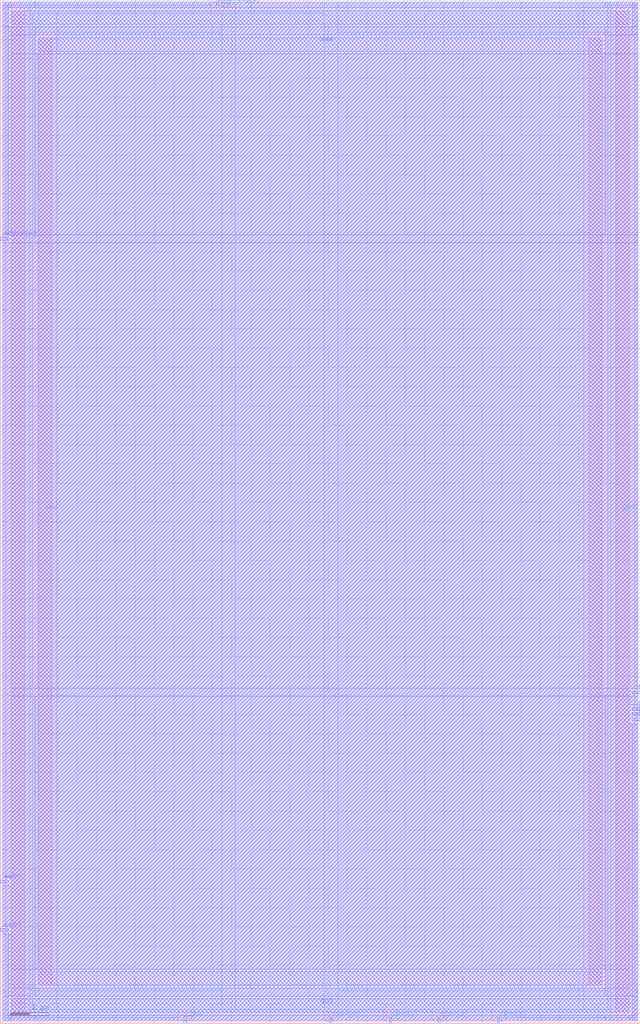
<source format=lef>
VERSION 5.4 ;
NAMESCASESENSITIVE ON ;
BUSBITCHARS "[]" ;
DIVIDERCHAR "/" ;
UNITS
  DATABASE MICRONS 2000 ;
END UNITS
MACRO SRAM_4x16_1rw
   CLASS BLOCK ;
   SIZE 33.18 BY 53.06 ;
   SYMMETRY X Y R90 ;
   PIN din0[0]
      DIRECTION INPUT ;
      PORT
         LAYER metal4 ;
         RECT  17.08 0.0 17.22 0.42 ;
      END
   END din0[0]
   PIN din0[1]
      DIRECTION INPUT ;
      PORT
         LAYER metal4 ;
         RECT  20.16 0.0 20.3 0.42 ;
      END
   END din0[1]
   PIN din0[2]
      DIRECTION INPUT ;
      PORT
         LAYER metal4 ;
         RECT  22.68 0.0 22.82 0.42 ;
      END
   END din0[2]
   PIN din0[3]
      DIRECTION INPUT ;
      PORT
         LAYER metal4 ;
         RECT  25.76 0.0 25.9 0.42 ;
      END
   END din0[3]
   PIN addr0[0]
      DIRECTION INPUT ;
      PORT
         LAYER metal3 ;
         RECT  0.0 40.6 0.42 40.74 ;
      END
   END addr0[0]
   PIN addr0[1]
      DIRECTION INPUT ;
      PORT
         LAYER metal4 ;
         RECT  11.76 52.64 11.9 53.06 ;
      END
   END addr0[1]
   PIN addr0[2]
      DIRECTION INPUT ;
      PORT
         LAYER metal4 ;
         RECT  11.2 52.64 11.34 53.06 ;
      END
   END addr0[2]
   PIN addr0[3]
      DIRECTION INPUT ;
      PORT
         LAYER metal4 ;
         RECT  11.48 52.64 11.62 53.06 ;
      END
   END addr0[3]
   PIN csb0
      DIRECTION INPUT ;
      PORT
         LAYER metal3 ;
         RECT  0.0 4.76 0.42 4.9 ;
      END
   END csb0
   PIN web0
      DIRECTION INPUT ;
      PORT
         LAYER metal3 ;
         RECT  0.0 7.28 0.42 7.42 ;
      END
   END web0
   PIN clk0
      DIRECTION INPUT ;
      PORT
         LAYER metal4 ;
         RECT  9.52 0.0 9.66 0.42 ;
      END
   END clk0
   PIN dout0[0]
      DIRECTION OUTPUT ;
      PORT
         LAYER metal3 ;
         RECT  32.76 17.08 33.18 17.22 ;
      END
   END dout0[0]
   PIN dout0[1]
      DIRECTION OUTPUT ;
      PORT
         LAYER metal3 ;
         RECT  32.76 15.68 33.18 15.82 ;
      END
   END dout0[1]
   PIN dout0[2]
      DIRECTION OUTPUT ;
      PORT
         LAYER metal3 ;
         RECT  32.76 15.96 33.18 16.1 ;
      END
   END dout0[2]
   PIN dout0[3]
      DIRECTION OUTPUT ;
      PORT
         LAYER metal3 ;
         RECT  32.76 16.24 33.18 16.38 ;
      END
   END dout0[3]
   PIN vdd
      DIRECTION INOUT ;
      USE POWER ; 
      SHAPE ABUTMENT ; 
      PORT
         LAYER metal3 ;
         RECT  1.96 1.96 31.22 2.66 ;
         LAYER metal4 ;
         RECT  30.52 1.96 31.22 51.1 ;
         LAYER metal3 ;
         RECT  1.96 50.4 31.22 51.1 ;
         LAYER metal4 ;
         RECT  1.96 1.96 2.66 51.1 ;
      END
   END vdd
   PIN gnd
      DIRECTION INOUT ;
      USE GROUND ; 
      SHAPE ABUTMENT ; 
      PORT
         LAYER metal3 ;
         RECT  0.56 51.8 32.62 52.5 ;
         LAYER metal4 ;
         RECT  0.56 0.56 1.26 52.5 ;
         LAYER metal4 ;
         RECT  31.92 0.56 32.62 52.5 ;
         LAYER metal3 ;
         RECT  0.56 0.56 32.62 1.26 ;
      END
   END gnd
   OBS
   LAYER  metal1 ;
      RECT  0.14 0.14 33.04 52.92 ;
   LAYER  metal2 ;
      RECT  0.14 0.14 33.04 52.92 ;
   LAYER  metal3 ;
      RECT  0.56 40.46 33.04 40.88 ;
      RECT  0.14 5.04 0.56 7.14 ;
      RECT  0.14 7.56 0.56 40.46 ;
      RECT  0.56 16.94 32.62 17.36 ;
      RECT  0.56 17.36 32.62 40.46 ;
      RECT  32.62 17.36 33.04 40.46 ;
      RECT  32.62 16.52 33.04 16.94 ;
      RECT  0.56 1.82 1.82 2.8 ;
      RECT  0.56 2.8 1.82 16.94 ;
      RECT  1.82 2.8 31.36 16.94 ;
      RECT  31.36 1.82 32.62 2.8 ;
      RECT  31.36 2.8 32.62 16.94 ;
      RECT  0.56 40.88 1.82 50.26 ;
      RECT  0.56 50.26 1.82 51.24 ;
      RECT  1.82 40.88 31.36 50.26 ;
      RECT  31.36 40.88 33.04 50.26 ;
      RECT  31.36 50.26 33.04 51.24 ;
      RECT  0.14 40.88 0.42 51.66 ;
      RECT  0.14 51.66 0.42 52.64 ;
      RECT  0.14 52.64 0.42 52.92 ;
      RECT  0.42 40.88 0.56 51.66 ;
      RECT  0.42 52.64 0.56 52.92 ;
      RECT  0.56 51.24 1.82 51.66 ;
      RECT  0.56 52.64 1.82 52.92 ;
      RECT  1.82 51.24 31.36 51.66 ;
      RECT  1.82 52.64 31.36 52.92 ;
      RECT  31.36 51.24 32.76 51.66 ;
      RECT  31.36 52.64 32.76 52.92 ;
      RECT  32.76 51.24 33.04 51.66 ;
      RECT  32.76 51.66 33.04 52.64 ;
      RECT  32.76 52.64 33.04 52.92 ;
      RECT  0.14 0.14 0.42 0.42 ;
      RECT  0.14 0.42 0.42 1.4 ;
      RECT  0.14 1.4 0.42 4.62 ;
      RECT  0.42 0.14 0.56 0.42 ;
      RECT  0.42 1.4 0.56 4.62 ;
      RECT  32.62 0.14 32.76 0.42 ;
      RECT  32.62 1.4 32.76 15.54 ;
      RECT  32.76 0.14 33.04 0.42 ;
      RECT  32.76 0.42 33.04 1.4 ;
      RECT  32.76 1.4 33.04 15.54 ;
      RECT  0.56 0.14 1.82 0.42 ;
      RECT  0.56 1.4 1.82 1.82 ;
      RECT  1.82 0.14 31.36 0.42 ;
      RECT  1.82 1.4 31.36 1.82 ;
      RECT  31.36 0.14 32.62 0.42 ;
      RECT  31.36 1.4 32.62 1.82 ;
   LAYER  metal4 ;
      RECT  16.8 0.7 17.5 52.92 ;
      RECT  17.5 0.14 19.88 0.7 ;
      RECT  20.58 0.14 22.4 0.7 ;
      RECT  23.1 0.14 25.48 0.7 ;
      RECT  11.48 0.7 12.18 52.36 ;
      RECT  12.18 0.7 16.8 52.36 ;
      RECT  12.18 52.36 16.8 52.92 ;
      RECT  9.94 0.14 16.8 0.7 ;
      RECT  17.5 0.7 30.24 1.68 ;
      RECT  17.5 1.68 30.24 51.38 ;
      RECT  17.5 51.38 30.24 52.92 ;
      RECT  30.24 0.7 31.5 1.68 ;
      RECT  30.24 51.38 31.5 52.92 ;
      RECT  1.68 0.7 2.94 1.68 ;
      RECT  1.68 51.38 2.94 52.36 ;
      RECT  2.94 0.7 11.48 1.68 ;
      RECT  2.94 1.68 11.48 51.38 ;
      RECT  2.94 51.38 11.48 52.36 ;
      RECT  0.14 52.36 0.28 52.78 ;
      RECT  0.14 52.78 0.28 52.92 ;
      RECT  0.28 52.78 1.54 52.92 ;
      RECT  1.54 52.36 10.92 52.78 ;
      RECT  1.54 52.78 10.92 52.92 ;
      RECT  0.14 0.14 0.28 0.28 ;
      RECT  0.14 0.28 0.28 0.7 ;
      RECT  0.28 0.14 1.54 0.28 ;
      RECT  1.54 0.14 9.24 0.28 ;
      RECT  1.54 0.28 9.24 0.7 ;
      RECT  0.14 0.7 0.28 1.68 ;
      RECT  1.54 0.7 1.68 1.68 ;
      RECT  0.14 1.68 0.28 51.38 ;
      RECT  1.54 1.68 1.68 51.38 ;
      RECT  0.14 51.38 0.28 52.36 ;
      RECT  1.54 51.38 1.68 52.36 ;
      RECT  26.18 0.14 31.64 0.28 ;
      RECT  26.18 0.28 31.64 0.7 ;
      RECT  31.64 0.14 32.9 0.28 ;
      RECT  32.9 0.14 33.04 0.28 ;
      RECT  32.9 0.28 33.04 0.7 ;
      RECT  31.5 0.7 31.64 1.68 ;
      RECT  32.9 0.7 33.04 1.68 ;
      RECT  31.5 1.68 31.64 51.38 ;
      RECT  32.9 1.68 33.04 51.38 ;
      RECT  31.5 51.38 31.64 52.78 ;
      RECT  31.5 52.78 31.64 52.92 ;
      RECT  31.64 52.78 32.9 52.92 ;
      RECT  32.9 51.38 33.04 52.78 ;
      RECT  32.9 52.78 33.04 52.92 ;
   END
END    SRAM_4x16_1rw
END    LIBRARY

</source>
